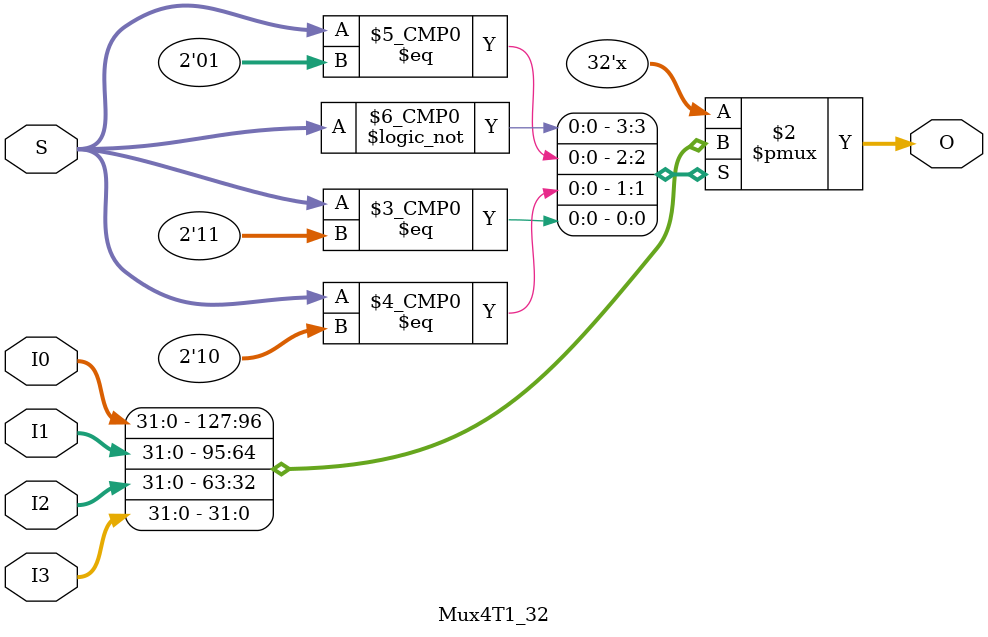
<source format=v>
module Mux4T1_32(
    input [31:0] I0,
    input [31:0] I1,
    input [31:0] I2,
    input [31:0] I3,
    input [1:0] S,
    output reg [31:0] O
);
    always @(*) begin
        case (S)
            2'b00: O = I0;
            2'b01: O = I1;
            2'b10: O = I2;
            2'b11: O = I3;
            default: O = 2'bxx;
        endcase
    end
endmodule

</source>
